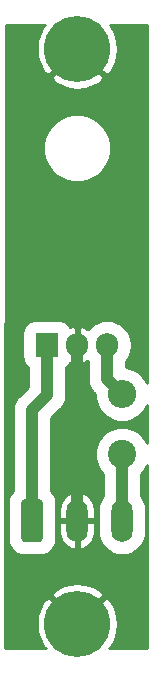
<source format=gbr>
G04 #@! TF.GenerationSoftware,KiCad,Pcbnew,(5.1.9)-1*
G04 #@! TF.CreationDate,2021-08-13T11:54:40+02:00*
G04 #@! TF.ProjectId,7805,37383035-2e6b-4696-9361-645f70636258,rev?*
G04 #@! TF.SameCoordinates,Original*
G04 #@! TF.FileFunction,Copper,L2,Bot*
G04 #@! TF.FilePolarity,Positive*
%FSLAX46Y46*%
G04 Gerber Fmt 4.6, Leading zero omitted, Abs format (unit mm)*
G04 Created by KiCad (PCBNEW (5.1.9)-1) date 2021-08-13 11:54:40*
%MOMM*%
%LPD*%
G01*
G04 APERTURE LIST*
G04 #@! TA.AperFunction,ComponentPad*
%ADD10O,1.800000X3.600000*%
G04 #@! TD*
G04 #@! TA.AperFunction,ComponentPad*
%ADD11R,1.905000X2.000000*%
G04 #@! TD*
G04 #@! TA.AperFunction,ComponentPad*
%ADD12O,1.905000X2.000000*%
G04 #@! TD*
G04 #@! TA.AperFunction,ComponentPad*
%ADD13C,2.400000*%
G04 #@! TD*
G04 #@! TA.AperFunction,ComponentPad*
%ADD14O,2.400000X2.400000*%
G04 #@! TD*
G04 #@! TA.AperFunction,ComponentPad*
%ADD15C,5.600000*%
G04 #@! TD*
G04 #@! TA.AperFunction,Conductor*
%ADD16C,1.000000*%
G04 #@! TD*
G04 #@! TA.AperFunction,Conductor*
%ADD17C,0.254000*%
G04 #@! TD*
G04 #@! TA.AperFunction,Conductor*
%ADD18C,0.100000*%
G04 #@! TD*
G04 APERTURE END LIST*
G04 #@! TA.AperFunction,ComponentPad*
G36*
G01*
X144997600Y-89484800D02*
X144997600Y-86384800D01*
G75*
G02*
X145247600Y-86134800I250000J0D01*
G01*
X146547600Y-86134800D01*
G75*
G02*
X146797600Y-86384800I0J-250000D01*
G01*
X146797600Y-89484800D01*
G75*
G02*
X146547600Y-89734800I-250000J0D01*
G01*
X145247600Y-89734800D01*
G75*
G02*
X144997600Y-89484800I0J250000D01*
G01*
G37*
G04 #@! TD.AperFunction*
D10*
X149707600Y-87934800D03*
X153517600Y-87934800D03*
D11*
X147167600Y-73050400D03*
D12*
X149707600Y-73050400D03*
X152247600Y-73050400D03*
D13*
X153517600Y-82296000D03*
D14*
X153517600Y-77216000D03*
D15*
X149733000Y-47980600D03*
X149733000Y-96672400D03*
D16*
X145897600Y-78562200D02*
X145897600Y-87934800D01*
X147167600Y-73050400D02*
X147167600Y-77292200D01*
X147167600Y-77292200D02*
X145897600Y-78562200D01*
X153517600Y-82296000D02*
X153517600Y-87934800D01*
X153550401Y-77310199D02*
X153517600Y-77343000D01*
X153550401Y-77183199D02*
X153517600Y-77216000D01*
X152247600Y-75946000D02*
X153517600Y-77216000D01*
X152247600Y-73050400D02*
X152247600Y-75946000D01*
X149707600Y-85134800D02*
X149707600Y-73050400D01*
X149707600Y-87934800D02*
X149707600Y-85134800D01*
D17*
X146867823Y-46055908D02*
X146547388Y-46651859D01*
X146349374Y-47298873D01*
X146281390Y-47972084D01*
X146346051Y-48645623D01*
X146540870Y-49293606D01*
X146858361Y-49891130D01*
X146867823Y-49905292D01*
X147316519Y-50217476D01*
X149553395Y-47980600D01*
X149539253Y-47966458D01*
X149718858Y-47786853D01*
X149733000Y-47800995D01*
X149747143Y-47786853D01*
X149926748Y-47966458D01*
X149912605Y-47980600D01*
X152149481Y-50217476D01*
X152598177Y-49905292D01*
X152918612Y-49309341D01*
X153116626Y-48662327D01*
X153184610Y-47989116D01*
X153119949Y-47315577D01*
X152925130Y-46667594D01*
X152607639Y-46070070D01*
X152598177Y-46055908D01*
X152493388Y-45983000D01*
X155642200Y-45983000D01*
X155642201Y-76264497D01*
X155579760Y-76113752D01*
X155325099Y-75732624D01*
X155000976Y-75408501D01*
X154619848Y-75153840D01*
X154196361Y-74978426D01*
X153874600Y-74914423D01*
X153874600Y-74393329D01*
X153985006Y-74258798D01*
X154178103Y-73897539D01*
X154297011Y-73505552D01*
X154327100Y-73200051D01*
X154327100Y-72900748D01*
X154297011Y-72595247D01*
X154178103Y-72203260D01*
X153985006Y-71842002D01*
X153725143Y-71525357D01*
X153408498Y-71265494D01*
X153047239Y-71072397D01*
X152655252Y-70953489D01*
X152247600Y-70913339D01*
X151839947Y-70953489D01*
X151447960Y-71072397D01*
X151086702Y-71265494D01*
X150770057Y-71525357D01*
X150618649Y-71709849D01*
X150574523Y-71674431D01*
X150298694Y-71530829D01*
X150080580Y-71459837D01*
X149834600Y-71579806D01*
X149834600Y-72923400D01*
X149854600Y-72923400D01*
X149854600Y-73177400D01*
X149834600Y-73177400D01*
X149834600Y-74520994D01*
X150080580Y-74640963D01*
X150298694Y-74569971D01*
X150574523Y-74426369D01*
X150618649Y-74390951D01*
X150620600Y-74393329D01*
X150620601Y-75866076D01*
X150612729Y-75946000D01*
X150620601Y-76025925D01*
X150642578Y-76249053D01*
X150644143Y-76264947D01*
X150737176Y-76571638D01*
X150888254Y-76854285D01*
X151040622Y-77039947D01*
X151040626Y-77039951D01*
X151091572Y-77102029D01*
X151153649Y-77152975D01*
X151190600Y-77189925D01*
X151190600Y-77445189D01*
X151280026Y-77894761D01*
X151455440Y-78318248D01*
X151710101Y-78699376D01*
X152034224Y-79023499D01*
X152415352Y-79278160D01*
X152838839Y-79453574D01*
X153288411Y-79543000D01*
X153746789Y-79543000D01*
X154196361Y-79453574D01*
X154619848Y-79278160D01*
X155000976Y-79023499D01*
X155325099Y-78699376D01*
X155579760Y-78318248D01*
X155642201Y-78167503D01*
X155642201Y-81344497D01*
X155579760Y-81193752D01*
X155325099Y-80812624D01*
X155000976Y-80488501D01*
X154619848Y-80233840D01*
X154196361Y-80058426D01*
X153746789Y-79969000D01*
X153288411Y-79969000D01*
X152838839Y-80058426D01*
X152415352Y-80233840D01*
X152034224Y-80488501D01*
X151710101Y-80812624D01*
X151455440Y-81193752D01*
X151280026Y-81617239D01*
X151190600Y-82066811D01*
X151190600Y-82525189D01*
X151280026Y-82974761D01*
X151455440Y-83398248D01*
X151710101Y-83779376D01*
X151890600Y-83959875D01*
X151890601Y-85822127D01*
X151824057Y-85903211D01*
X151635836Y-86255349D01*
X151519930Y-86637440D01*
X151490600Y-86935230D01*
X151490600Y-88934371D01*
X151519931Y-89232161D01*
X151635837Y-89614252D01*
X151824058Y-89966389D01*
X152077361Y-90275040D01*
X152386012Y-90528343D01*
X152738149Y-90716564D01*
X153120240Y-90832470D01*
X153517600Y-90871607D01*
X153914961Y-90832470D01*
X154297052Y-90716564D01*
X154649189Y-90528343D01*
X154957840Y-90275040D01*
X155211143Y-89966389D01*
X155399364Y-89614252D01*
X155515270Y-89232161D01*
X155544600Y-88934370D01*
X155544600Y-86935229D01*
X155515270Y-86637439D01*
X155399364Y-86255348D01*
X155211143Y-85903211D01*
X155144600Y-85822128D01*
X155144600Y-83959875D01*
X155325099Y-83779376D01*
X155579760Y-83398248D01*
X155642201Y-83247503D01*
X155642201Y-98720800D01*
X152420374Y-98720800D01*
X152598177Y-98597092D01*
X152918612Y-98001141D01*
X153116626Y-97354127D01*
X153184610Y-96680916D01*
X153119949Y-96007377D01*
X152925130Y-95359394D01*
X152607639Y-94761870D01*
X152598177Y-94747708D01*
X152149481Y-94435524D01*
X149912605Y-96672400D01*
X149926748Y-96686543D01*
X149747143Y-96866148D01*
X149733000Y-96852005D01*
X149718858Y-96866148D01*
X149539253Y-96686543D01*
X149553395Y-96672400D01*
X147316519Y-94435524D01*
X146867823Y-94747708D01*
X146547388Y-95343659D01*
X146349374Y-95990673D01*
X146281390Y-96663884D01*
X146346051Y-97337423D01*
X146540870Y-97985406D01*
X146858361Y-98582930D01*
X146867823Y-98597092D01*
X147045626Y-98720800D01*
X143622204Y-98720800D01*
X143628416Y-94255919D01*
X147496124Y-94255919D01*
X149733000Y-96492795D01*
X151969876Y-94255919D01*
X151657692Y-93807223D01*
X151061741Y-93486788D01*
X150414727Y-93288774D01*
X149741516Y-93220790D01*
X149067977Y-93285451D01*
X148419994Y-93480270D01*
X147822470Y-93797761D01*
X147808308Y-93807223D01*
X147496124Y-94255919D01*
X143628416Y-94255919D01*
X143639368Y-86384800D01*
X143865147Y-86384800D01*
X143865147Y-89484800D01*
X143891710Y-89754503D01*
X143970380Y-90013842D01*
X144098132Y-90252850D01*
X144270058Y-90462342D01*
X144479550Y-90634268D01*
X144718558Y-90762020D01*
X144977897Y-90840690D01*
X145247600Y-90867253D01*
X146547600Y-90867253D01*
X146817303Y-90840690D01*
X147076642Y-90762020D01*
X147315650Y-90634268D01*
X147525142Y-90462342D01*
X147697068Y-90252850D01*
X147824820Y-90013842D01*
X147903490Y-89754503D01*
X147930053Y-89484800D01*
X147930053Y-88061800D01*
X148172600Y-88061800D01*
X148172600Y-88961800D01*
X148226871Y-89258823D01*
X148338046Y-89539551D01*
X148501852Y-89793196D01*
X148711994Y-90010010D01*
X148960396Y-90181662D01*
X149237513Y-90301555D01*
X149342860Y-90325836D01*
X149580600Y-90205178D01*
X149580600Y-88061800D01*
X149834600Y-88061800D01*
X149834600Y-90205178D01*
X150072340Y-90325836D01*
X150177687Y-90301555D01*
X150454804Y-90181662D01*
X150703206Y-90010010D01*
X150913348Y-89793196D01*
X151077154Y-89539551D01*
X151188329Y-89258823D01*
X151242600Y-88961800D01*
X151242600Y-88061800D01*
X149834600Y-88061800D01*
X149580600Y-88061800D01*
X148172600Y-88061800D01*
X147930053Y-88061800D01*
X147930053Y-86907800D01*
X148172600Y-86907800D01*
X148172600Y-87807800D01*
X149580600Y-87807800D01*
X149580600Y-85664422D01*
X149834600Y-85664422D01*
X149834600Y-87807800D01*
X151242600Y-87807800D01*
X151242600Y-86907800D01*
X151188329Y-86610777D01*
X151077154Y-86330049D01*
X150913348Y-86076404D01*
X150703206Y-85859590D01*
X150454804Y-85687938D01*
X150177687Y-85568045D01*
X150072340Y-85543764D01*
X149834600Y-85664422D01*
X149580600Y-85664422D01*
X149342860Y-85543764D01*
X149237513Y-85568045D01*
X148960396Y-85687938D01*
X148711994Y-85859590D01*
X148501852Y-86076404D01*
X148338046Y-86330049D01*
X148226871Y-86610777D01*
X148172600Y-86907800D01*
X147930053Y-86907800D01*
X147930053Y-86384800D01*
X147903490Y-86115097D01*
X147824820Y-85855758D01*
X147697068Y-85616750D01*
X147525142Y-85407258D01*
X147524600Y-85406813D01*
X147524600Y-79236125D01*
X148261551Y-78499175D01*
X148323629Y-78448229D01*
X148374575Y-78386151D01*
X148374578Y-78386148D01*
X148526946Y-78200486D01*
X148678024Y-77917840D01*
X148685025Y-77894761D01*
X148771058Y-77611148D01*
X148794600Y-77372125D01*
X148794600Y-77372115D01*
X148802471Y-77292201D01*
X148794600Y-77212286D01*
X148794600Y-74954788D01*
X148920865Y-74851165D01*
X149061700Y-74679557D01*
X149119717Y-74571016D01*
X149334620Y-74640963D01*
X149580600Y-74520994D01*
X149580600Y-73177400D01*
X149560600Y-73177400D01*
X149560600Y-72923400D01*
X149580600Y-72923400D01*
X149580600Y-71579806D01*
X149334620Y-71459837D01*
X149119717Y-71529784D01*
X149061700Y-71421243D01*
X148920865Y-71249635D01*
X148749257Y-71108800D01*
X148553471Y-71004150D01*
X148341031Y-70939707D01*
X148120100Y-70917947D01*
X146215100Y-70917947D01*
X145994169Y-70939707D01*
X145781729Y-71004150D01*
X145585943Y-71108800D01*
X145414335Y-71249635D01*
X145273500Y-71421243D01*
X145168850Y-71617029D01*
X145104407Y-71829469D01*
X145082647Y-72050400D01*
X145082647Y-74050400D01*
X145104407Y-74271331D01*
X145168850Y-74483771D01*
X145273500Y-74679557D01*
X145414335Y-74851165D01*
X145540600Y-74954788D01*
X145540601Y-76618274D01*
X144803654Y-77355221D01*
X144741571Y-77406171D01*
X144538254Y-77653915D01*
X144387175Y-77936563D01*
X144294142Y-78243253D01*
X144270600Y-78482276D01*
X144270600Y-78482286D01*
X144262729Y-78562200D01*
X144270600Y-78642115D01*
X144270601Y-85406813D01*
X144270058Y-85407258D01*
X144098132Y-85616750D01*
X143970380Y-85855758D01*
X143891710Y-86115097D01*
X143865147Y-86384800D01*
X143639368Y-86384800D01*
X143681498Y-56107040D01*
X146830600Y-56107040D01*
X146830600Y-56673760D01*
X146941161Y-57229590D01*
X147158035Y-57753171D01*
X147472888Y-58224381D01*
X147873619Y-58625112D01*
X148344829Y-58939965D01*
X148868410Y-59156839D01*
X149424240Y-59267400D01*
X149990960Y-59267400D01*
X150546790Y-59156839D01*
X151070371Y-58939965D01*
X151541581Y-58625112D01*
X151942312Y-58224381D01*
X152257165Y-57753171D01*
X152474039Y-57229590D01*
X152584600Y-56673760D01*
X152584600Y-56107040D01*
X152474039Y-55551210D01*
X152257165Y-55027629D01*
X151942312Y-54556419D01*
X151541581Y-54155688D01*
X151070371Y-53840835D01*
X150546790Y-53623961D01*
X149990960Y-53513400D01*
X149424240Y-53513400D01*
X148868410Y-53623961D01*
X148344829Y-53840835D01*
X147873619Y-54155688D01*
X147472888Y-54556419D01*
X147158035Y-55027629D01*
X146941161Y-55551210D01*
X146830600Y-56107040D01*
X143681498Y-56107040D01*
X143689443Y-50397081D01*
X147496124Y-50397081D01*
X147808308Y-50845777D01*
X148404259Y-51166212D01*
X149051273Y-51364226D01*
X149724484Y-51432210D01*
X150398023Y-51367549D01*
X151046006Y-51172730D01*
X151643530Y-50855239D01*
X151657692Y-50845777D01*
X151969876Y-50397081D01*
X149733000Y-48160205D01*
X147496124Y-50397081D01*
X143689443Y-50397081D01*
X143695586Y-45983000D01*
X146972612Y-45983000D01*
X146867823Y-46055908D01*
G04 #@! TA.AperFunction,Conductor*
D18*
G36*
X146867823Y-46055908D02*
G01*
X146547388Y-46651859D01*
X146349374Y-47298873D01*
X146281390Y-47972084D01*
X146346051Y-48645623D01*
X146540870Y-49293606D01*
X146858361Y-49891130D01*
X146867823Y-49905292D01*
X147316519Y-50217476D01*
X149553395Y-47980600D01*
X149539253Y-47966458D01*
X149718858Y-47786853D01*
X149733000Y-47800995D01*
X149747143Y-47786853D01*
X149926748Y-47966458D01*
X149912605Y-47980600D01*
X152149481Y-50217476D01*
X152598177Y-49905292D01*
X152918612Y-49309341D01*
X153116626Y-48662327D01*
X153184610Y-47989116D01*
X153119949Y-47315577D01*
X152925130Y-46667594D01*
X152607639Y-46070070D01*
X152598177Y-46055908D01*
X152493388Y-45983000D01*
X155642200Y-45983000D01*
X155642201Y-76264497D01*
X155579760Y-76113752D01*
X155325099Y-75732624D01*
X155000976Y-75408501D01*
X154619848Y-75153840D01*
X154196361Y-74978426D01*
X153874600Y-74914423D01*
X153874600Y-74393329D01*
X153985006Y-74258798D01*
X154178103Y-73897539D01*
X154297011Y-73505552D01*
X154327100Y-73200051D01*
X154327100Y-72900748D01*
X154297011Y-72595247D01*
X154178103Y-72203260D01*
X153985006Y-71842002D01*
X153725143Y-71525357D01*
X153408498Y-71265494D01*
X153047239Y-71072397D01*
X152655252Y-70953489D01*
X152247600Y-70913339D01*
X151839947Y-70953489D01*
X151447960Y-71072397D01*
X151086702Y-71265494D01*
X150770057Y-71525357D01*
X150618649Y-71709849D01*
X150574523Y-71674431D01*
X150298694Y-71530829D01*
X150080580Y-71459837D01*
X149834600Y-71579806D01*
X149834600Y-72923400D01*
X149854600Y-72923400D01*
X149854600Y-73177400D01*
X149834600Y-73177400D01*
X149834600Y-74520994D01*
X150080580Y-74640963D01*
X150298694Y-74569971D01*
X150574523Y-74426369D01*
X150618649Y-74390951D01*
X150620600Y-74393329D01*
X150620601Y-75866076D01*
X150612729Y-75946000D01*
X150620601Y-76025925D01*
X150642578Y-76249053D01*
X150644143Y-76264947D01*
X150737176Y-76571638D01*
X150888254Y-76854285D01*
X151040622Y-77039947D01*
X151040626Y-77039951D01*
X151091572Y-77102029D01*
X151153649Y-77152975D01*
X151190600Y-77189925D01*
X151190600Y-77445189D01*
X151280026Y-77894761D01*
X151455440Y-78318248D01*
X151710101Y-78699376D01*
X152034224Y-79023499D01*
X152415352Y-79278160D01*
X152838839Y-79453574D01*
X153288411Y-79543000D01*
X153746789Y-79543000D01*
X154196361Y-79453574D01*
X154619848Y-79278160D01*
X155000976Y-79023499D01*
X155325099Y-78699376D01*
X155579760Y-78318248D01*
X155642201Y-78167503D01*
X155642201Y-81344497D01*
X155579760Y-81193752D01*
X155325099Y-80812624D01*
X155000976Y-80488501D01*
X154619848Y-80233840D01*
X154196361Y-80058426D01*
X153746789Y-79969000D01*
X153288411Y-79969000D01*
X152838839Y-80058426D01*
X152415352Y-80233840D01*
X152034224Y-80488501D01*
X151710101Y-80812624D01*
X151455440Y-81193752D01*
X151280026Y-81617239D01*
X151190600Y-82066811D01*
X151190600Y-82525189D01*
X151280026Y-82974761D01*
X151455440Y-83398248D01*
X151710101Y-83779376D01*
X151890600Y-83959875D01*
X151890601Y-85822127D01*
X151824057Y-85903211D01*
X151635836Y-86255349D01*
X151519930Y-86637440D01*
X151490600Y-86935230D01*
X151490600Y-88934371D01*
X151519931Y-89232161D01*
X151635837Y-89614252D01*
X151824058Y-89966389D01*
X152077361Y-90275040D01*
X152386012Y-90528343D01*
X152738149Y-90716564D01*
X153120240Y-90832470D01*
X153517600Y-90871607D01*
X153914961Y-90832470D01*
X154297052Y-90716564D01*
X154649189Y-90528343D01*
X154957840Y-90275040D01*
X155211143Y-89966389D01*
X155399364Y-89614252D01*
X155515270Y-89232161D01*
X155544600Y-88934370D01*
X155544600Y-86935229D01*
X155515270Y-86637439D01*
X155399364Y-86255348D01*
X155211143Y-85903211D01*
X155144600Y-85822128D01*
X155144600Y-83959875D01*
X155325099Y-83779376D01*
X155579760Y-83398248D01*
X155642201Y-83247503D01*
X155642201Y-98720800D01*
X152420374Y-98720800D01*
X152598177Y-98597092D01*
X152918612Y-98001141D01*
X153116626Y-97354127D01*
X153184610Y-96680916D01*
X153119949Y-96007377D01*
X152925130Y-95359394D01*
X152607639Y-94761870D01*
X152598177Y-94747708D01*
X152149481Y-94435524D01*
X149912605Y-96672400D01*
X149926748Y-96686543D01*
X149747143Y-96866148D01*
X149733000Y-96852005D01*
X149718858Y-96866148D01*
X149539253Y-96686543D01*
X149553395Y-96672400D01*
X147316519Y-94435524D01*
X146867823Y-94747708D01*
X146547388Y-95343659D01*
X146349374Y-95990673D01*
X146281390Y-96663884D01*
X146346051Y-97337423D01*
X146540870Y-97985406D01*
X146858361Y-98582930D01*
X146867823Y-98597092D01*
X147045626Y-98720800D01*
X143622204Y-98720800D01*
X143628416Y-94255919D01*
X147496124Y-94255919D01*
X149733000Y-96492795D01*
X151969876Y-94255919D01*
X151657692Y-93807223D01*
X151061741Y-93486788D01*
X150414727Y-93288774D01*
X149741516Y-93220790D01*
X149067977Y-93285451D01*
X148419994Y-93480270D01*
X147822470Y-93797761D01*
X147808308Y-93807223D01*
X147496124Y-94255919D01*
X143628416Y-94255919D01*
X143639368Y-86384800D01*
X143865147Y-86384800D01*
X143865147Y-89484800D01*
X143891710Y-89754503D01*
X143970380Y-90013842D01*
X144098132Y-90252850D01*
X144270058Y-90462342D01*
X144479550Y-90634268D01*
X144718558Y-90762020D01*
X144977897Y-90840690D01*
X145247600Y-90867253D01*
X146547600Y-90867253D01*
X146817303Y-90840690D01*
X147076642Y-90762020D01*
X147315650Y-90634268D01*
X147525142Y-90462342D01*
X147697068Y-90252850D01*
X147824820Y-90013842D01*
X147903490Y-89754503D01*
X147930053Y-89484800D01*
X147930053Y-88061800D01*
X148172600Y-88061800D01*
X148172600Y-88961800D01*
X148226871Y-89258823D01*
X148338046Y-89539551D01*
X148501852Y-89793196D01*
X148711994Y-90010010D01*
X148960396Y-90181662D01*
X149237513Y-90301555D01*
X149342860Y-90325836D01*
X149580600Y-90205178D01*
X149580600Y-88061800D01*
X149834600Y-88061800D01*
X149834600Y-90205178D01*
X150072340Y-90325836D01*
X150177687Y-90301555D01*
X150454804Y-90181662D01*
X150703206Y-90010010D01*
X150913348Y-89793196D01*
X151077154Y-89539551D01*
X151188329Y-89258823D01*
X151242600Y-88961800D01*
X151242600Y-88061800D01*
X149834600Y-88061800D01*
X149580600Y-88061800D01*
X148172600Y-88061800D01*
X147930053Y-88061800D01*
X147930053Y-86907800D01*
X148172600Y-86907800D01*
X148172600Y-87807800D01*
X149580600Y-87807800D01*
X149580600Y-85664422D01*
X149834600Y-85664422D01*
X149834600Y-87807800D01*
X151242600Y-87807800D01*
X151242600Y-86907800D01*
X151188329Y-86610777D01*
X151077154Y-86330049D01*
X150913348Y-86076404D01*
X150703206Y-85859590D01*
X150454804Y-85687938D01*
X150177687Y-85568045D01*
X150072340Y-85543764D01*
X149834600Y-85664422D01*
X149580600Y-85664422D01*
X149342860Y-85543764D01*
X149237513Y-85568045D01*
X148960396Y-85687938D01*
X148711994Y-85859590D01*
X148501852Y-86076404D01*
X148338046Y-86330049D01*
X148226871Y-86610777D01*
X148172600Y-86907800D01*
X147930053Y-86907800D01*
X147930053Y-86384800D01*
X147903490Y-86115097D01*
X147824820Y-85855758D01*
X147697068Y-85616750D01*
X147525142Y-85407258D01*
X147524600Y-85406813D01*
X147524600Y-79236125D01*
X148261551Y-78499175D01*
X148323629Y-78448229D01*
X148374575Y-78386151D01*
X148374578Y-78386148D01*
X148526946Y-78200486D01*
X148678024Y-77917840D01*
X148685025Y-77894761D01*
X148771058Y-77611148D01*
X148794600Y-77372125D01*
X148794600Y-77372115D01*
X148802471Y-77292201D01*
X148794600Y-77212286D01*
X148794600Y-74954788D01*
X148920865Y-74851165D01*
X149061700Y-74679557D01*
X149119717Y-74571016D01*
X149334620Y-74640963D01*
X149580600Y-74520994D01*
X149580600Y-73177400D01*
X149560600Y-73177400D01*
X149560600Y-72923400D01*
X149580600Y-72923400D01*
X149580600Y-71579806D01*
X149334620Y-71459837D01*
X149119717Y-71529784D01*
X149061700Y-71421243D01*
X148920865Y-71249635D01*
X148749257Y-71108800D01*
X148553471Y-71004150D01*
X148341031Y-70939707D01*
X148120100Y-70917947D01*
X146215100Y-70917947D01*
X145994169Y-70939707D01*
X145781729Y-71004150D01*
X145585943Y-71108800D01*
X145414335Y-71249635D01*
X145273500Y-71421243D01*
X145168850Y-71617029D01*
X145104407Y-71829469D01*
X145082647Y-72050400D01*
X145082647Y-74050400D01*
X145104407Y-74271331D01*
X145168850Y-74483771D01*
X145273500Y-74679557D01*
X145414335Y-74851165D01*
X145540600Y-74954788D01*
X145540601Y-76618274D01*
X144803654Y-77355221D01*
X144741571Y-77406171D01*
X144538254Y-77653915D01*
X144387175Y-77936563D01*
X144294142Y-78243253D01*
X144270600Y-78482276D01*
X144270600Y-78482286D01*
X144262729Y-78562200D01*
X144270600Y-78642115D01*
X144270601Y-85406813D01*
X144270058Y-85407258D01*
X144098132Y-85616750D01*
X143970380Y-85855758D01*
X143891710Y-86115097D01*
X143865147Y-86384800D01*
X143639368Y-86384800D01*
X143681498Y-56107040D01*
X146830600Y-56107040D01*
X146830600Y-56673760D01*
X146941161Y-57229590D01*
X147158035Y-57753171D01*
X147472888Y-58224381D01*
X147873619Y-58625112D01*
X148344829Y-58939965D01*
X148868410Y-59156839D01*
X149424240Y-59267400D01*
X149990960Y-59267400D01*
X150546790Y-59156839D01*
X151070371Y-58939965D01*
X151541581Y-58625112D01*
X151942312Y-58224381D01*
X152257165Y-57753171D01*
X152474039Y-57229590D01*
X152584600Y-56673760D01*
X152584600Y-56107040D01*
X152474039Y-55551210D01*
X152257165Y-55027629D01*
X151942312Y-54556419D01*
X151541581Y-54155688D01*
X151070371Y-53840835D01*
X150546790Y-53623961D01*
X149990960Y-53513400D01*
X149424240Y-53513400D01*
X148868410Y-53623961D01*
X148344829Y-53840835D01*
X147873619Y-54155688D01*
X147472888Y-54556419D01*
X147158035Y-55027629D01*
X146941161Y-55551210D01*
X146830600Y-56107040D01*
X143681498Y-56107040D01*
X143689443Y-50397081D01*
X147496124Y-50397081D01*
X147808308Y-50845777D01*
X148404259Y-51166212D01*
X149051273Y-51364226D01*
X149724484Y-51432210D01*
X150398023Y-51367549D01*
X151046006Y-51172730D01*
X151643530Y-50855239D01*
X151657692Y-50845777D01*
X151969876Y-50397081D01*
X149733000Y-48160205D01*
X147496124Y-50397081D01*
X143689443Y-50397081D01*
X143695586Y-45983000D01*
X146972612Y-45983000D01*
X146867823Y-46055908D01*
G37*
G04 #@! TD.AperFunction*
M02*

</source>
